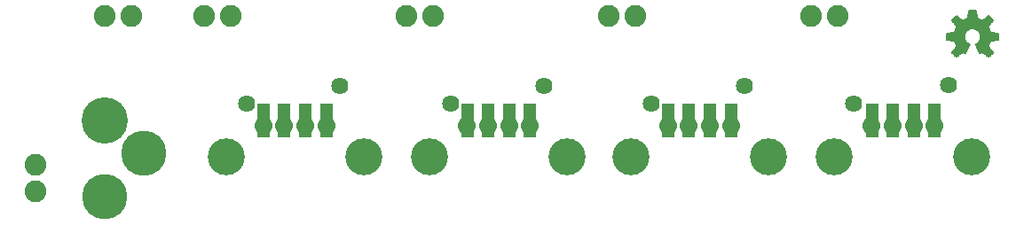
<source format=gbs>
G75*
G70*
%OFA0B0*%
%FSLAX24Y24*%
%IPPOS*%
%LPD*%
%AMOC8*
5,1,8,0,0,1.08239X$1,22.5*
%
%ADD10R,0.0450X0.1300*%
%ADD11C,0.1390*%
%ADD12C,0.1740*%
%ADD13C,0.1700*%
%ADD14C,0.0059*%
%ADD15C,0.0820*%
%ADD16C,0.0640*%
%ADD17C,0.0671*%
D10*
X010125Y005960D03*
X010905Y005960D03*
X011695Y005960D03*
X012475Y005970D03*
X017775Y005960D03*
X018555Y005960D03*
X019345Y005960D03*
X020135Y005960D03*
X025325Y005960D03*
X026105Y005960D03*
X026895Y005960D03*
X027685Y005960D03*
X032975Y005960D03*
X033755Y005960D03*
X034545Y005960D03*
X035335Y005960D03*
D11*
X036735Y004600D03*
X031565Y004600D03*
X029085Y004600D03*
X023915Y004600D03*
X021535Y004600D03*
X016365Y004600D03*
X013885Y004600D03*
X008715Y004600D03*
D12*
X004150Y005964D03*
D13*
X004160Y003081D03*
X005631Y004713D03*
D14*
X035783Y009001D02*
X035783Y009241D01*
X036100Y009273D01*
X036134Y009380D01*
X036186Y009480D01*
X035984Y009727D01*
X036153Y009897D01*
X036401Y009695D01*
X036501Y009746D01*
X036607Y009781D01*
X036639Y010098D01*
X036879Y010098D01*
X036912Y009781D01*
X037018Y009746D01*
X037118Y009695D01*
X037365Y009897D01*
X037535Y009727D01*
X037333Y009480D01*
X037385Y009380D01*
X037419Y009273D01*
X037736Y009241D01*
X037736Y009001D01*
X037419Y008969D01*
X037385Y008862D01*
X037333Y008763D01*
X037535Y008515D01*
X037365Y008346D01*
X037118Y008547D01*
X037018Y008496D01*
X036877Y008837D01*
X036930Y008866D01*
X036977Y008904D01*
X037015Y008950D01*
X037044Y009004D01*
X037061Y009061D01*
X037067Y009121D01*
X037061Y009184D01*
X037041Y009244D01*
X037010Y009299D01*
X036969Y009347D01*
X036918Y009385D01*
X036861Y009412D01*
X036800Y009426D01*
X036736Y009428D01*
X036674Y009417D01*
X036616Y009393D01*
X036563Y009358D01*
X036519Y009313D01*
X036485Y009260D01*
X036462Y009201D01*
X036452Y009139D01*
X036455Y009075D01*
X036471Y009014D01*
X036499Y008958D01*
X036538Y008908D01*
X036586Y008867D01*
X036642Y008837D01*
X036500Y008496D01*
X036401Y008547D01*
X036153Y008346D01*
X035984Y008515D01*
X036186Y008763D01*
X036134Y008862D01*
X036100Y008969D01*
X035783Y009001D01*
X035783Y009030D02*
X036467Y009030D01*
X036455Y009088D02*
X035783Y009088D01*
X035783Y009146D02*
X036453Y009146D01*
X036463Y009203D02*
X035783Y009203D01*
X035974Y009261D02*
X036485Y009261D01*
X036524Y009318D02*
X036114Y009318D01*
X036133Y009376D02*
X036590Y009376D01*
X036930Y009376D02*
X037386Y009376D01*
X037404Y009318D02*
X036994Y009318D01*
X037032Y009261D02*
X037545Y009261D01*
X037736Y009203D02*
X037055Y009203D01*
X037065Y009146D02*
X037736Y009146D01*
X037736Y009088D02*
X037064Y009088D01*
X037052Y009030D02*
X037736Y009030D01*
X037456Y008973D02*
X037027Y008973D01*
X036986Y008915D02*
X037402Y008915D01*
X037382Y008858D02*
X036916Y008858D01*
X036892Y008800D02*
X037353Y008800D01*
X037350Y008743D02*
X036916Y008743D01*
X036940Y008685D02*
X037397Y008685D01*
X037444Y008628D02*
X036964Y008628D01*
X036988Y008570D02*
X037490Y008570D01*
X037532Y008512D02*
X037161Y008512D01*
X037232Y008455D02*
X037475Y008455D01*
X037417Y008397D02*
X037302Y008397D01*
X037050Y008512D02*
X037012Y008512D01*
X036531Y008570D02*
X036028Y008570D01*
X035987Y008512D02*
X036358Y008512D01*
X036287Y008455D02*
X036044Y008455D01*
X036102Y008397D02*
X036217Y008397D01*
X036469Y008512D02*
X036507Y008512D01*
X036555Y008628D02*
X036075Y008628D01*
X036122Y008685D02*
X036579Y008685D01*
X036603Y008743D02*
X036169Y008743D01*
X036166Y008800D02*
X036626Y008800D01*
X036604Y008858D02*
X036137Y008858D01*
X036117Y008915D02*
X036532Y008915D01*
X036491Y008973D02*
X036063Y008973D01*
X036162Y009433D02*
X037357Y009433D01*
X037342Y009491D02*
X036177Y009491D01*
X036130Y009548D02*
X037389Y009548D01*
X037436Y009606D02*
X036083Y009606D01*
X036036Y009664D02*
X037483Y009664D01*
X037530Y009721D02*
X037150Y009721D01*
X037068Y009721D02*
X036451Y009721D01*
X036369Y009721D02*
X035989Y009721D01*
X036035Y009779D02*
X036298Y009779D01*
X036228Y009836D02*
X036093Y009836D01*
X036150Y009894D02*
X036157Y009894D01*
X036601Y009779D02*
X036918Y009779D01*
X036906Y009836D02*
X036613Y009836D01*
X036619Y009894D02*
X036900Y009894D01*
X036894Y009951D02*
X036625Y009951D01*
X036630Y010009D02*
X036888Y010009D01*
X036883Y010066D02*
X036636Y010066D01*
X037291Y009836D02*
X037426Y009836D01*
X037484Y009779D02*
X037220Y009779D01*
X037362Y009894D02*
X037369Y009894D01*
D15*
X031700Y009900D03*
X030700Y009900D03*
X024100Y009900D03*
X023100Y009900D03*
X016500Y009900D03*
X015500Y009900D03*
X008900Y009900D03*
X007900Y009900D03*
X005170Y009880D03*
X004170Y009880D03*
X001550Y004300D03*
X001550Y003300D03*
D16*
X009500Y006600D03*
X013000Y007250D03*
X017150Y006600D03*
X020650Y007250D03*
X024700Y006600D03*
X028200Y007250D03*
X032300Y006600D03*
X035850Y007300D03*
D17*
X035330Y005760D03*
X034550Y005760D03*
X033750Y005760D03*
X032970Y005760D03*
X027680Y005760D03*
X026900Y005760D03*
X026100Y005760D03*
X025320Y005760D03*
X020130Y005760D03*
X019350Y005760D03*
X018550Y005760D03*
X017770Y005760D03*
X012480Y005760D03*
X011700Y005760D03*
X010900Y005760D03*
X010120Y005760D03*
M02*

</source>
